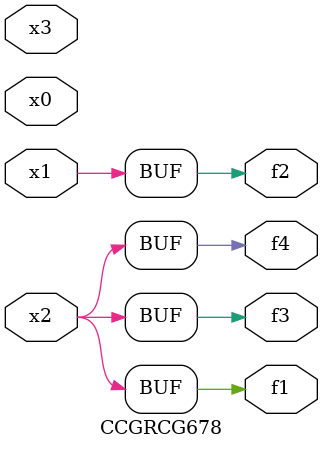
<source format=v>
module CCGRCG678(
	input x0, x1, x2, x3,
	output f1, f2, f3, f4
);
	assign f1 = x2;
	assign f2 = x1;
	assign f3 = x2;
	assign f4 = x2;
endmodule

</source>
